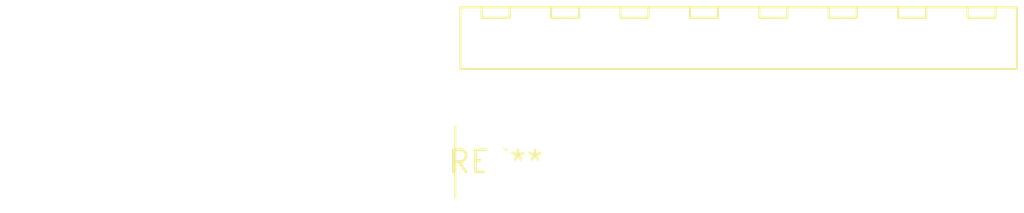
<source format=kicad_pcb>
(kicad_pcb (version 20240108) (generator pcbnew)
  (layers (0 "F.Cu" signal) (31 "B.Cu" signal) (34 "B.Paste" user) (35 "F.Paste" user) (36 "B.SilkS" user "B.Silkscreen") (37 "F.SilkS" user "F.Silkscreen") (38 "B.Mask" user) (39 "F.Mask" user) (44 "Edge.Cuts" user))
  (net 0 "")
  (footprint "Molex_KK-396_A-41792-0008_1x08_P3.96mm_Horizontal" (layer "F.Cu") (at 0 0)
    (property "Reference" "REF**")
    (property "Value" "Molex_KK-396_A-41792-0008_1x08_P3.96mm_Horizontal")
    (fp_line (start -2.305 -2) (end -2.305 2) (layer "F.SilkS") (stroke (width 0.12)))
    (fp_line (start -2.015 -8.82) (end 29.735 -8.82) (layer "F.SilkS") (stroke (width 0.12)))
    (fp_line (start -2.015 -5.3) (end -2.015 -8.82) (layer "F.SilkS") (stroke (width 0.12)))
    (fp_line (start -0.8 -8.82) (end -0.8 -8.22) (layer "F.SilkS") (stroke (width 0.12)))
    (fp_line (start -0.8 -8.22) (end 0.8 -8.22) (layer "F.SilkS") (stroke (width 0.12)))
    (fp_line (start 0.8 -8.22) (end 0.8 -8.82) (layer "F.SilkS") (stroke (width 0.12)))
    (fp_line (start 3.16 -8.82) (end 3.16 -8.22) (layer "F.SilkS") (stroke (width 0.12)))
    (fp_line (start 3.16 -8.22) (end 4.76 -8.22) (layer "F.SilkS") (stroke (width 0.12)))
    (fp_line (start 4.76 -8.22) (end 4.76 -8.82) (layer "F.SilkS") (stroke (width 0.12)))
    (fp_line (start 7.12 -8.82) (end 7.12 -8.22) (layer "F.SilkS") (stroke (width 0.12)))
    (fp_line (start 7.12 -8.22) (end 8.72 -8.22) (layer "F.SilkS") (stroke (width 0.12)))
    (fp_line (start 8.72 -8.22) (end 8.72 -8.82) (layer "F.SilkS") (stroke (width 0.12)))
    (fp_line (start 11.08 -8.82) (end 11.08 -8.22) (layer "F.SilkS") (stroke (width 0.12)))
    (fp_line (start 11.08 -8.22) (end 12.68 -8.22) (layer "F.SilkS") (stroke (width 0.12)))
    (fp_line (start 12.68 -8.22) (end 12.68 -8.82) (layer "F.SilkS") (stroke (width 0.12)))
    (fp_line (start 15.04 -8.82) (end 15.04 -8.22) (layer "F.SilkS") (stroke (width 0.12)))
    (fp_line (start 15.04 -8.22) (end 16.64 -8.22) (layer "F.SilkS") (stroke (width 0.12)))
    (fp_line (start 16.64 -8.22) (end 16.64 -8.82) (layer "F.SilkS") (stroke (width 0.12)))
    (fp_line (start 19 -8.82) (end 19 -8.22) (layer "F.SilkS") (stroke (width 0.12)))
    (fp_line (start 19 -8.22) (end 20.6 -8.22) (layer "F.SilkS") (stroke (width 0.12)))
    (fp_line (start 20.6 -8.22) (end 20.6 -8.82) (layer "F.SilkS") (stroke (width 0.12)))
    (fp_line (start 22.96 -8.82) (end 22.96 -8.22) (layer "F.SilkS") (stroke (width 0.12)))
    (fp_line (start 22.96 -8.22) (end 24.56 -8.22) (layer "F.SilkS") (stroke (width 0.12)))
    (fp_line (start 24.56 -8.22) (end 24.56 -8.82) (layer "F.SilkS") (stroke (width 0.12)))
    (fp_line (start 26.92 -8.82) (end 26.92 -8.22) (layer "F.SilkS") (stroke (width 0.12)))
    (fp_line (start 26.92 -8.22) (end 28.52 -8.22) (layer "F.SilkS") (stroke (width 0.12)))
    (fp_line (start 28.52 -8.22) (end 28.52 -8.82) (layer "F.SilkS") (stroke (width 0.12)))
    (fp_line (start 29.735 -8.82) (end 29.735 -5.3) (layer "F.SilkS") (stroke (width 0.12)))
    (fp_line (start 29.735 -5.3) (end -2.015 -5.3) (layer "F.SilkS") (stroke (width 0.12)))
    (pad "1" thru_hole roundrect (at 0 0) (size 3.16 4.1) (drill 1.7) (layers *.Cu *.Mask) (remove_unused_layers) (roundrect_rratio 0.079114))
    (pad "2" thru_hole oval (at 3.96 0) (size 3.16 4.1) (drill 1.7) (layers *.Cu *.Mask) (remove_unused_layers))
    (pad "3" thru_hole oval (at 7.92 0) (size 3.16 4.1) (drill 1.7) (layers *.Cu *.Mask) (remove_unused_layers))
    (pad "4" thru_hole oval (at 11.88 0) (size 3.16 4.1) (drill 1.7) (layers *.Cu *.Mask) (remove_unused_layers))
    (pad "5" thru_hole oval (at 15.84 0) (size 3.16 4.1) (drill 1.7) (layers *.Cu *.Mask) (remove_unused_layers))
    (pad "6" thru_hole oval (at 19.8 0) (size 3.16 4.1) (drill 1.7) (layers *.Cu *.Mask) (remove_unused_layers))
    (pad "7" thru_hole oval (at 23.76 0) (size 3.16 4.1) (drill 1.7) (layers *.Cu *.Mask) (remove_unused_layers))
    (pad "8" thru_hole oval (at 27.72 0) (size 3.16 4.1) (drill 1.7) (layers *.Cu *.Mask) (remove_unused_layers))
  )
)
</source>
